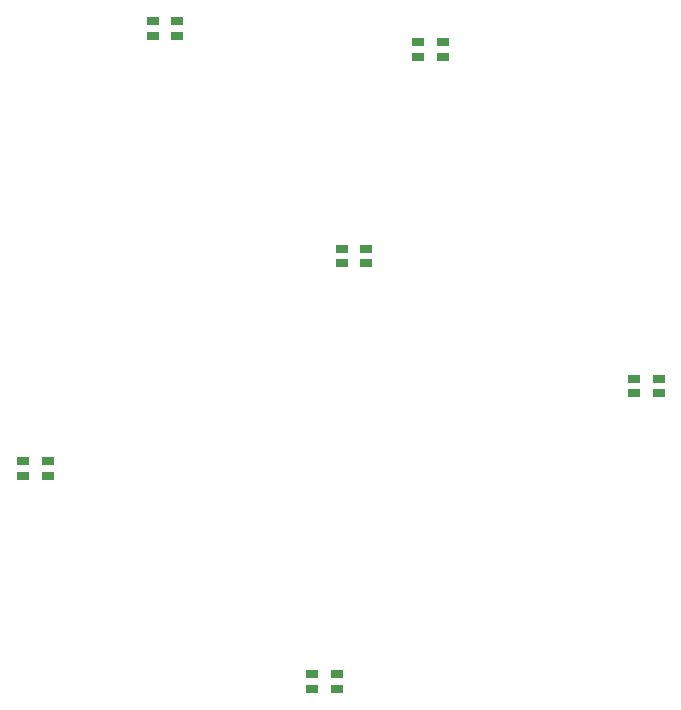
<source format=gbr>
%TF.GenerationSoftware,KiCad,Pcbnew,(6.0.7)*%
%TF.CreationDate,2022-08-24T17:41:01+02:00*%
%TF.ProjectId,TVZ_kuglica,54565a5f-6b75-4676-9c69-63612e6b6963,rev?*%
%TF.SameCoordinates,Original*%
%TF.FileFunction,Paste,Top*%
%TF.FilePolarity,Positive*%
%FSLAX46Y46*%
G04 Gerber Fmt 4.6, Leading zero omitted, Abs format (unit mm)*
G04 Created by KiCad (PCBNEW (6.0.7)) date 2022-08-24 17:41:01*
%MOMM*%
%LPD*%
G01*
G04 APERTURE LIST*
%ADD10R,1.100000X0.750000*%
G04 APERTURE END LIST*
D10*
%TO.C,D3*%
X147050000Y-77125000D03*
X147050000Y-75875000D03*
X144950000Y-75875000D03*
X144950000Y-77125000D03*
%TD*%
%TO.C,D5*%
X111450000Y-111375000D03*
X111450000Y-112625000D03*
X113550000Y-111375000D03*
X113550000Y-112625000D03*
%TD*%
%TO.C,D8*%
X163200000Y-105625000D03*
X163200000Y-104375000D03*
X165300000Y-104375000D03*
X165300000Y-105625000D03*
%TD*%
%TO.C,D2*%
X122450000Y-75375000D03*
X122450000Y-74125000D03*
X124550000Y-74125000D03*
X124550000Y-75375000D03*
%TD*%
%TO.C,D7*%
X135950000Y-129375000D03*
X135950000Y-130625000D03*
X138050000Y-130625000D03*
X138050000Y-129375000D03*
%TD*%
%TO.C,D11*%
X138450000Y-93375000D03*
X138450000Y-94625000D03*
X140550000Y-94625000D03*
X140550000Y-93375000D03*
%TD*%
M02*

</source>
